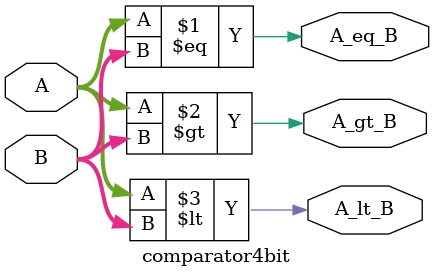
<source format=v>
module comparator4bit(
    input [3:0] A,
    input [3:0] B,
    output A_eq_B,
    output A_gt_B,
    output A_lt_B
);
    assign A_eq_B = (A == B);
    assign A_gt_B = (A > B);
    assign A_lt_B = (A < B);
endmodule


</source>
